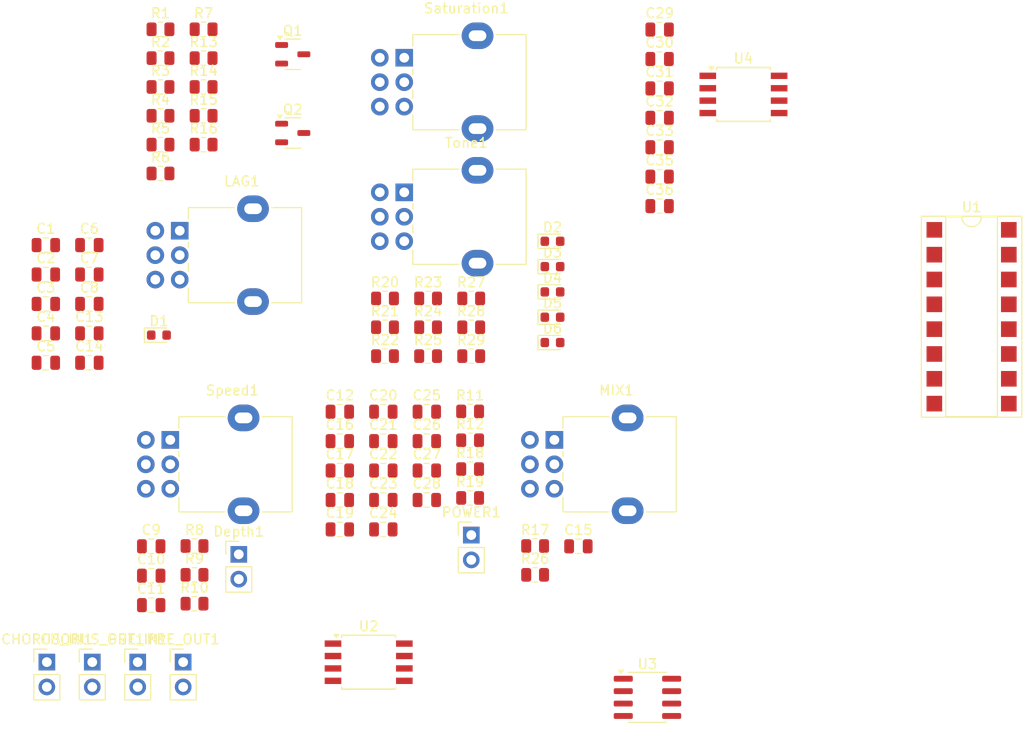
<source format=kicad_pcb>
(kicad_pcb (version 20240108) (generator "pcbnew") (generator_version "8.0")
  (layers (0 "F.Cu" signal) (31 "B.Cu" signal) (34 "B.Paste" user) (35 "F.Paste" user) (36 "B.SilkS" user "B.Silkscreen") (37 "F.SilkS" user "F.Silkscreen") (38 "B.Mask" user) (39 "F.Mask" user) (44 "Edge.Cuts" user))
  (net 0 "")
  (net 1 "GND")
  (net 2 "Net-(U1-CC1)")
  (net 3 "Net-(U1-CC0)")
  (net 4 "/Mixer/DRY_IN")
  (net 5 "Net-(C3-Pad1)")
  (net 6 "Net-(U1-LPF1-OUT)")
  (net 7 "Net-(U1-LPF1-IN)")
  (net 8 "Net-(U1-OP2-OUT)")
  (net 9 "Net-(U1-OP2-IN)")
  (net 10 "Net-(U1-OP1-IN)")
  (net 11 "Net-(U1-OP1-OUT)")
  (net 12 "Net-(U1-LPF2-OUT)")
  (net 13 "Net-(U1-LPF2-IN)")
  (net 14 "/Mixer/WET_IN")
  (net 15 "Net-(U2B--)")
  (net 16 "Net-(C9-Pad2)")
  (net 17 "Net-(C10-Pad2)")
  (net 18 "Net-(C11-Pad2)")
  (net 19 "+9V")
  (net 20 "Net-(Q1-B)")
  (net 21 "Net-(D1-A)")
  (net 22 "Net-(C15-Pad2)")
  (net 23 "Net-(C15-Pad1)")
  (net 24 "VREF_A")
  (net 25 "VREF_B")
  (net 26 "+5V")
  (net 27 "Net-(U4A-+)")
  (net 28 "/Preamp/PRE_IN")
  (net 29 "Net-(D4-K)")
  (net 30 "Net-(D2-A)")
  (net 31 "Net-(C31-Pad2)")
  (net 32 "Net-(C32-Pad2)")
  (net 33 "Net-(U4B-+)")
  (net 34 "/Preamp/PRE_OUT")
  (net 35 "Net-(U4B--)")
  (net 36 "Net-(C36-Pad1)")
  (net 37 "/Mixer/MIXED_OUT")
  (net 38 "Net-(D2-K)")
  (net 39 "Net-(D3-K)")
  (net 40 "Net-(D5-A)")
  (net 41 "/LFO/LFO_OUT")
  (net 42 "Net-(LAG1-Pad1)")
  (net 43 "Net-(U2A--)")
  (net 44 "Net-(Q1-C)")
  (net 45 "Net-(Q1-E)")
  (net 46 "Net-(Q2-C)")
  (net 47 "Net-(R1-Pad1)")
  (net 48 "Net-(R4-Pad2)")
  (net 49 "Net-(U1-REF)")
  (net 50 "Net-(R9-Pad1)")
  (net 51 "Net-(R24-Pad1)")
  (net 52 "Net-(R25-Pad2)")
  (footprint "Capacitor_SMD:C_0805_2012Metric" (layer "F.Cu") (at 90.92 88.86)
    (property "Reference" "C14" (at 0 -1.68 0) (layer "F.SilkS"))
    (property "Value" "2.2u")
    (pad "1" smd roundrect (at -0.95 0) (size 1 1.45) (layers "F.Cu" "F.Paste" "F.Mask") (net 21 "Net-(D1-A)"))
    (pad "2" smd roundrect (at 0.95 0) (size 1 1.45) (layers "F.Cu" "F.Paste" "F.Mask") (net 1 "GND"))
  )
  (footprint "Capacitor_SMD:C_0805_2012Metric" (layer "F.Cu") (at 121 96.88)
    (property "Reference" "C21" (at 0 -1.68 0) (layer "F.SilkS"))
    (property "Value" "100n")
    (pad "1" smd roundrect (at -0.95 0) (size 1 1.45) (layers "F.Cu" "F.Paste" "F.Mask") (net 1 "GND"))
    (pad "2" smd roundrect (at 0.95 0) (size 1 1.45) (layers "F.Cu" "F.Paste" "F.Mask") (net 19 "+9V"))
  )
  (footprint "Resistor_SMD:R_0805_2012Metric" (layer "F.Cu") (at 98.2 63.59)
    (property "Reference" "R4" (at 0 -1.65 0) (layer "F.SilkS"))
    (property "Value" "10k")
    (pad "1" smd roundrect (at -0.9125 0) (size 1.025 1.4) (layers "F.Cu" "F.Paste" "F.Mask") (roundrect_rratio 0.243902) (net 8 "Net-(U1-OP2-OUT)"))
    (pad "2" smd roundrect (at 0.9125 0) (size 1.025 1.4) (layers "F.Cu" "F.Paste" "F.Mask") (roundrect_rratio 0.243902) (net 48 "Net-(R4-Pad2)"))
  )
  (footprint "Resistor_SMD:R_0805_2012Metric" (layer "F.Cu") (at 101.68 107.61)
    (property "Reference" "R8" (at 0 -1.65 0) (layer "F.SilkS"))
    (property "Value" "220k")
    (pad "1" smd roundrect (at -0.9125 0) (size 1.025 1.4) (layers "F.Cu" "F.Paste" "F.Mask") (roundrect_rratio 0.243902) (net 25 "VREF_B"))
    (pad "2" smd roundrect (at 0.9125 0) (size 1.025 1.4) (layers "F.Cu" "F.Paste" "F.Mask") (roundrect_rratio 0.243902) (net 16 "Net-(C9-Pad2)"))
  )
  (footprint "Capacitor_SMD:C_0805_2012Metric" (layer "F.Cu") (at 116.55 93.87)
    (property "Reference" "C12" (at 0 -1.68 0) (layer "F.SilkS"))
    (property "Value" "10u")
    (pad "1" smd roundrect (at -0.95 0) (size 1 1.45) (layers "F.Cu" "F.Paste" "F.Mask") (net 1 "GND"))
    (pad "2" smd roundrect (at 0.95 0) (size 1 1.45) (layers "F.Cu" "F.Paste" "F.Mask") (net 19 "+9V"))
  )
  (footprint "Resistor_SMD:R_0805_2012Metric" (layer "F.Cu") (at 101.68 113.51)
    (property "Reference" "R10" (at 0 -1.65 0) (layer "F.SilkS"))
    (property "Value" "220k")
    (pad "1" smd roundrect (at -0.9125 0) (size 1.025 1.4) (layers "F.Cu" "F.Paste" "F.Mask") (roundrect_rratio 0.243902) (net 17 "Net-(C10-Pad2)"))
    (pad "2" smd roundrect (at 0.9125 0) (size 1.025 1.4) (layers "F.Cu" "F.Paste" "F.Mask") (roundrect_rratio 0.243902) (net 15 "Net-(U2B--)"))
  )
  (footprint "Package_SO:SOIC-8W_5.3x5.3mm_P1.27mm" (layer "F.Cu") (at 157.85 61.405)
    (property "Reference" "U4" (at 0 -3.68 0) (layer "F.SilkS"))
    (property "Value" "RC4558")
    (pad "1" smd rect (at -3.65 -1.905) (size 1.7 0.65) (layers "F.Cu" "F.Paste" "F.Mask") (net 30 "Net-(D2-A)"))
    (pad "2" smd rect (at -3.65 -0.635) (size 1.7 0.65) (layers "F.Cu" "F.Paste" "F.Mask") (net 29 "Net-(D4-K)"))
    (pad "3" smd rect (at -3.65 0.635) (size 1.7 0.65) (layers "F.Cu" "F.Paste" "F.Mask") (net 27 "Net-(U4A-+)"))
    (pad "4" smd rect (at -3.65 1.905) (size 1.7 0.65) (layers "F.Cu" "F.Paste" "F.Mask") (net 1 "GND"))
    (pad "5" smd rect (at 3.65 1.905) (size 1.7 0.65) (layers "F.Cu" "F.Paste" "F.Mask") (net 33 "Net-(U4B-+)"))
    (pad "6" smd rect (at 3.65 0.635) (size 1.7 0.65) (layers "F.Cu" "F.Paste" "F.Mask") (net 35 "Net-(U4B--)"))
    (pad "7" smd rect (at 3.65 -0.635) (size 1.7 0.65) (layers "F.Cu" "F.Paste" "F.Mask") (net 34 "/Preamp/PRE_OUT"))
    (pad "8" smd rect (at 3.65 -1.905) (size 1.7 0.65) (layers "F.Cu" "F.Paste" "F.Mask") (net 19 "+9V"))
  )
  (footprint "Package_TO_SOT_SMD:SOT-23-3" (layer "F.Cu") (at 111.73 57.295)
    (property "Reference" "Q1" (at 0 -2.4 0) (layer "F.SilkS"))
    (property "Value" "NPN")
    (pad "1" smd roundrect (at -1.1375 -0.95) (size 1.325 0.6) (layers "F.Cu" "F.Paste" "F.Mask") (net 44 "Net-(Q1-C)"))
    (pad "2" smd roundrect (at -1.1375 0.95) (size 1.325 0.6) (layers "F.Cu" "F.Paste" "F.Mask") (net 20 "Net-(Q1-B)"))
    (pad "3" smd roundrect (at 1.1375 0) (size 1.325 0.6) (layers "F.Cu" "F.Paste" "F.Mask") (net 45 "Net-(Q1-E)"))
  )
  (footprint "Capacitor_SMD:C_0805_2012Metric" (layer "F.Cu") (at 86.47 88.86)
    (property "Reference" "C5" (at 0 -1.68 0) (layer "F.SilkS"))
    (property "Value" "10n")
    (pad "1" smd roundrect (at -0.95 0) (size 1 1.45) (layers "F.Cu" "F.Paste" "F.Mask") (net 9 "Net-(U1-OP2-IN)"))
    (pad "2" smd roundrect (at 0.95 0) (size 1 1.45) (layers "F.Cu" "F.Paste" "F.Mask") (net 8 "Net-(U1-OP2-OUT)"))
  )
  (footprint "Diode_SMD:D_0603_1608Metric" (layer "F.Cu") (at 98.04 86.03)
    (property "Reference" "D1" (at 0 -1.43 0) (layer "F.SilkS"))
    (property "Value" "D")
    (pad "1" smd roundrect (at -0.7875 0) (size 0.875 0.95) (layers "F.Cu" "F.Paste" "F.Mask") (net 26 "+5V"))
    (pad "2" smd roundrect (at 0.7875 0) (size 0.875 0.95) (layers "F.Cu" "F.Paste" "F.Mask") (net 21 "Net-(D1-A)"))
  )
  (footprint "Package_SO:SOIC-8W_5.3x5.3mm_P1.27mm" (layer "F.Cu") (at 119.5 119.5)
    (property "Reference" "U2" (at 0 -3.68 0) (layer "F.SilkS"))
    (property "Value" "RC4558")
    (pad "1" smd rect (at -3.65 -1.905) (size 1.7 0.65) (layers "F.Cu" "F.Paste" "F.Mask") (net 23 "Net-(C15-Pad1)"))
    (pad "2" smd rect (at -3.65 -0.635) (size 1.7 0.65) (layers "F.Cu" "F.Paste" "F.Mask") (net 43 "Net-(U2A--)"))
    (pad "3" smd rect (at -3.65 0.635) (size 1.7 0.65) (layers "F.Cu" "F.Paste" "F.Mask") (net 24 "VREF_A"))
    (pad "4" smd rect (at -3.65 1.905) (size 1.7 0.65) (layers "F.Cu" "F.Paste" "F.Mask") (net 1 "GND"))
    (pad "5" smd rect (at 3.65 1.905) (size 1.7 0.65) (layers "F.Cu" "F.Paste" "F.Mask") (net 25 "VREF_B"))
    (pad "6" smd rect (at 3.65 0.635) (size 1.7 0.65) (layers "F.Cu" "F.Paste" "F.Mask") (net 15 "Net-(U2B--)"))
    (pad "7" smd rect (at 3.65 -0.635) (size 1.7 0.65) (layers "F.Cu" "F.Paste" "F.Mask") (net 16 "Net-(C9-Pad2)"))
    (pad "8" smd rect (at 3.65 -1.905) (size 1.7 0.65) (layers "F.Cu" "F.Paste" "F.Mask") (net 19 "+9V"))
  )
  (footprint "Capacitor_SMD:C_0805_2012Metric" (layer "F.Cu") (at 125.45 93.87)
    (property "Reference" "C25" (at 0 -1.68 0) (layer "F.SilkS"))
    (property "Value" "10u")
    (pad "1" smd roundrect (at -0.95 0) (size 1 1.45) (layers "F.Cu" "F.Paste" "F.Mask") (net 1 "GND"))
    (pad "2" smd roundrect (at 0.95 0) (size 1 1.45) (layers "F.Cu" "F.Paste" "F.Mask") (net 26 "+5V"))
  )
  (footprint "Resistor_SMD:R_0805_2012Metric" (layer "F.Cu") (at 98.2 54.74)
    (property "Reference" "R1" (at 0 -1.65 0) (layer "F.SilkS"))
    (property "Value" "10k")
    (pad "1" smd roundrect (at -0.9125 0) (size 1.025 1.4) (layers "F.Cu" "F.Paste" "F.Mask") (roundrect_rratio 0.243902) (net 47 "Net-(R1-Pad1)"))
    (pad "2" smd roundrect (at 0.9125 0) (size 1.025 1.4) (layers "F.Cu" "F.Paste" "F.Mask") (roundrect_rratio 0.243902) (net 5 "Net-(C3-Pad1)"))
  )
  (footprint "Connector_PinHeader_2.54mm:PinHeader_1x02_P2.54mm_Vertical" (layer "F.Cu") (at 91.22 119.49)
    (property "Reference" "CHORUS_OUT1" (at 0 -2.33 0) (layer "F.SilkS"))
    (property "Value" "Conn_01x02")
    (pad "1" thru_hole rect (at 0 0) (size 1.7 1.7) (drill 1) (layers "*.Cu" "*.Mask") (net 37 "/Mixer/MIXED_OUT"))
    (pad "2" thru_hole oval (at 0 2.54) (size 1.7 1.7) (drill 1) (layers "*.Cu" "*.Mask") (net 1 "GND"))
  )
  (footprint "Capacitor_SMD:C_0805_2012Metric" (layer "F.Cu") (at 86.47 79.83)
    (property "Reference" "C2" (at 0 -1.68 0) (layer "F.SilkS"))
    (property "Value" "100n")
    (pad "1" smd roundrect (at -0.95 0) (size 1 1.45) (layers "F.Cu" "F.Paste" "F.Mask") (net 3 "Net-(U1-CC0)"))
    (pad "2" smd roundrect (at 0.95 0) (size 1 1.45) (layers "F.Cu" "F.Paste" "F.Mask") (net 1 "GND"))
  )
  (footprint "Diode_SMD:D_0603_1608Metric" (layer "F.Cu") (at 138.31 84.2)
    (property "Reference" "D5" (at 0 -1.43 0) (layer "F.SilkS"))
    (property "Value" "D")
    (pad "1" smd roundrect (at -0.7875 0) (size 0.875 0.95) (layers "F.Cu" "F.Paste" "F.Mask") (net 30 "Net-(D2-A)"))
    (pad "2" smd roundrect (at 0.7875 0) (size 0.875 0.95) (layers "F.Cu" "F.Paste" "F.Mask") (net 40 "Net-(D5-A)"))
  )
  (footprint "Capacitor_SMD:C_0805_2012Metric" (layer "F.Cu") (at 90.92 85.85)
    (property "Reference" "C13" (at 0 -1.68 0) (layer "F.SilkS"))
    (property "Value" "100n")
    (pad "1" smd roundrect (at -0.95 0) (size 1 1.45) (layers "F.Cu" "F.Paste" "F.Mask") (net 20 "Net-(Q1-B)"))
    (pad "2" smd roundrect (at 0.95 0) (size 1 1.45) (layers "F.Cu" "F.Paste" "F.Mask") (net 1 "GND"))
  )
  (footprint "Resistor_SMD:R_0805_2012Metric" (layer "F.Cu") (at 102.61 66.54)
    (property "Reference" "R16" (at 0 -1.65 0) (layer "F.SilkS"))
    (property "Value" "100k")
    (pad "1" smd roundrect (at -0.9125 0) (size 1.025 1.4) (layers "F.Cu" "F.Paste" "F.Mask") (roundrect_rratio 0.243902) (net 21 "Net-(D1-A)"))
    (pad "2" smd roundrect (at 0.9125 0) (size 1.025 1.4) (layers "F.Cu" "F.Paste" "F.Mask") (roundrect_rratio 0.243902) (net 26 "+5V"))
  )
  (footprint "Resistor_SMD:R_0805_2012Metric" (layer "F.Cu") (at 121.17 88.18)
    (property "Reference" "R22" (at 0 -1.65 0) (layer "F.SilkS"))
    (property "Value" "3K3")
    (pad "1" smd roundrect (at -0.9125 0) (size 1.025 1.4) (layers "F.Cu" "F.Paste" "F.Mask") (roundrect_rratio 0.243902) (net 32 "Net-(C32-Pad2)"))
    (pad "2" smd roundrect (at 0.9125 0) (size 1.025 1.4) (layers "F.Cu" "F.Paste" "F.Mask") (roundrect_rratio 0.243902) (net 29 "Net-(D4-K)"))
  )
  (footprint "Resistor_SMD:R_0805_2012Metric" (layer "F.Cu") (at 102.61 54.74)
    (property "Reference" "R7" (at 0 -1.65 0) (layer "F.SilkS"))
    (property "Value" "10k")
    (pad "1" smd roundrect (at -0.9125 0) (size 1.025 1.4) (layers "F.Cu" "F.Paste" "F.Mask") (roundrect_rratio 0.243902) (net 12 "Net-(U1-LPF2-OUT)"))
    (pad "2" smd roundrect (at 0.9125 0) (size 1.025 1.4) (layers "F.Cu" "F.Paste" "F.Mask") (roundrect_rratio 0.243902) (net 48 "Net-(R4-Pad2)"))
  )
  (footprint "Capacitor_SMD:C_0805_2012Metric" (layer "F.Cu") (at 116.55 105.91)
    (property "Reference" "C19" (at 0 -1.68 0) (layer "F.SilkS"))
    (property "Value" "10u")
    (pad "1" smd roundrect (at -0.95 0) (size 1 1.45) (layers "F.Cu" "F.Paste" "F.Mask") (net 1 "GND"))
    (pad "2" smd roundrect (at 0.95 0) (size 1 1.45) (layers "F.Cu" "F.Paste" "F.Mask") (net 25 "VREF_B"))
  )
  (footprint "Capacitor_SMD:C_0805_2012Metric" (layer "F.Cu") (at 121 105.91)
    (property "Reference" "C24" (at 0 -1.68 0) (layer "F.SilkS"))
    (property "Value" "100n")
    (pad "1" smd roundrect (at -0.95 0) (size 1 1.45) (layers "F.Cu" "F.Paste" "F.Mask") (net 1 "GND"))
    (pad "2" smd roundrect (at 0.95 0) (size 1 1.45) (layers "F.Cu" "F.Paste" "F.Mask") (net 26 "+5V"))
  )
  (footprint "Connector_PinHeader_2.54mm:PinHeader_1x02_P2.54mm_Vertical" (layer "F.Cu") (at 130 106.49)
    (property "Reference" "POWER1" (at 0 -2.33 0) (layer "F.SilkS"))
    (property "Value" "Conn_01x02")
    (pad "1" thru_hole rect (at 0 0) (size 1.7 1.7) (drill 1) (layers "*.Cu" "*.Mask") (net 19 "+9V"))
    (pad "2" thru_hole oval (at 0 2.54) (size 1.7 1.7) (drill 1) (layers "*.Cu" "*.Mask") (net 1 "GND"))
  )
  (footprint "Capacitor_SMD:C_0805_2012Metric" (layer "F.Cu") (at 125.45 99.89)
    (property "Reference" "C27" (at 0 -1.68 0) (layer "F.SilkS"))
    (property "Value" "100n")
    (pad "1" smd roundrect (at -0.95 0) (size 1 1.45) (layers "F.Cu" "F.Paste" "F.Mask") (net 1 "GND"))
    (pad "2" smd roundrect (at 0.95 0) (size 1 1.45) (layers "F.Cu" "F.Paste" "F.Mask") (net 19 "+9V"))
  )
  (footprint "Potentiometer_THT:Potentiometer_Alpha_RD902F-40-00D_Dual_Vertical" (layer "F.Cu") (at 123.14 57.65)
    (property "Reference" "Saturation1" (at 6.35 -5.06 180) (layer "F.SilkS"))
    (property "Value" "500k")
    (pad "" thru_hole oval (at 7.5 -2.25 90) (size 2.72 3.24) (drill oval 1.1 1.8) (layers "*.Cu" "*.Mask"))
    (pad "" thru_hole oval (at 7.5 7.25 90) (size 2.72 3.24) (drill oval 1.1 1.8) (layers "*.Cu" "*.Mask"))
    (pad "1" thru_hole rect (at 0 0 90) (size 1.8 1.8) (drill 1) (layers "*.Cu" "*.Mask") (net 29 "Net-(D4-K)"))
    (pad "2" thru_hole circle (at 0 2.5 90) (size 1.8 1.8) (drill 1) (layers "*.Cu" "*.Mask") (net 51 "Net-(R24-Pad1)"))
    (pad "3" thru_hole circle (at 0 5 90) (size 1.8 1.8) (drill 1) (layers "*.Cu" "*.Mask") (net 51 "Net-(R24-Pad1)"))
    (pad "4" thru_hole circle (at -2.5 0 90) (size 1.8 1.8) (drill 1) (layers "*.Cu" "*.Mask"))
    (pad "5" thru_hole circle (at -2.5 2.5 90) (size 1.8 1.8) (drill 1) (layers "*.Cu" "*.Mask"))
    (pad "6" thru_hole circle (at -2.5 5 90) (size 1.8 1.8) (drill 1) (layers "*.Cu" "*.Mask"))
  )
  (footprint "Capacitor_SMD:C_0805_2012Metric" (layer "F.Cu") (at 90.92 79.83)
    (property "Reference" "C7" (at 0 -1.68 0) (layer "F.SilkS"))
    (property "Value" "1n")
    (pad "1" smd roundrect (at -0.95 0) (size 1 1.45) (layers "F.Cu" "F.Paste" "F.Mask") (net 13 "Net-(U1-LPF2-IN)"))
    (pad "2" smd roundrect (at 0.95 0) (size 1 1.45) (layers "F.Cu" "F.Paste" "F.Mask") (net 12 "Net-(U1-LPF2-OUT)"))
  )
  (footprint "Capacitor_SMD:C_0805_2012Metric" (layer "F.Cu") (at 86.47 82.84)
    (property "Reference" "C3" (at 0 -1.68 0) (layer "F.SilkS"))
    (property "Value" "100n")
    (pad "1" smd roundrect (at -0.95 0) (size 1 1.45) (layers "F.Cu" "F.Paste" "F.Mask") (net 5 "Net-(C3-Pad1)"))
    (pad "2" smd roundrect (at 0.95 0) (size 1 1.45) (layers "F.Cu" "F.Paste" "F.Mask") (net 4 "/Mixer/DRY_IN"))
  )
  (footprint "Diode_SMD:D_0603_1608Metric" (layer "F.Cu") (at 138.31 79.02)
    (property "Reference" "D3" (at 0 -1.43 0) (layer "F.SilkS"))
    (property "Value" "D")
    (pad "1" smd roundrect (at -0.7875 0) (size 0.875 0.95) (layers "F.Cu" "F.Paste" "F.Mask") (net 39 "Net-(D3-K)"))
    (pad "2" smd roundrect (at 0.7875 0) (size 0.875 0.95) (layers "F.Cu" "F.Paste" "F.Mask") (net 38 "Net-(D2-K)"))
  )
  (footprint "Capacitor_SMD:C_0805_2012Metric" (layer "F.Cu") (at 116.55 96.88)
    (property "Reference" "C16" (at 0 -1.68 0) (layer "F.SilkS"))
    (property "Value" "10u")
    (pad "1" smd roundrect (at -0.95 0) (size 1 1.45) (layers "F.Cu" "F.Paste" "F.Mask") (net 1 "GND"))
    (pad "2" smd roundrect (at 0.95 0) (size 1 1.45) (layers "F.Cu" "F.Paste" "F.Mask") (net 24 "VREF_A"))
  )
  (footprint "Potentiometer_THT:Potentiometer_Alpha_RD902F-40-00D_Dual_Vertical" (layer "F.Cu") (at 138.5 96.75)
    (property "Reference" "MIX1" (at 6.35 -5.06 180) (layer "F.SilkS"))
    (property "Value" "10k")
    (pad "" thru_hole oval (at 7.5 -2.25 90) (size 2.72 3.24) (drill oval 1.1 1.8) (layers "*.Cu" "*.Mask"))
    (pad "" thru_hole oval (at 7.5 7.25 90) (size 2.72 3.24) (drill oval 1.1 1.8) (layers "*.Cu" "*.Mask"))
    (pad "1" thru_hole rect (at 0 0 90) (size 1.8 1.8) (drill 1) (layers "*.Cu" "*.Mask") (net 4 "/Mixer/DRY_IN"))
    (pad "2" thru_hole circle (at 0 2.5 90) (size 1.8 1.8) (drill 1) (layers "*.Cu" "*.Mask") (net 43 "Net-(U2A--)"))
    (pad "3" thru_hole circle (at 0 5 90) (size 1.8 1.8) (drill 1) (layers "*.Cu" "*.Mask") (net 14 "/Mixer/WET_IN"))
    (pad "4" thru_hole circle (at -2.5 0 90) (size 1.8 1.8) (drill 1) (layers "*.Cu" "*.Mask"))
    (pad "5" thru_hole circle (at -2.5 2.5 90) (size 1.8 1.8) (drill 1) (layers "*.Cu" "*.Mask"))
    (pad "6" thru_hole circle (at -2.5 5 90) (size 1.8 1.8) (drill 1) (layers "*.Cu" "*.Mask"))
  )
  (footprint "Capacitor_SMD:C_0805_2012Metric" (layer "F.Cu") (at 140.96 107.64)
    (property "Reference" "C15" (at 0 -1.68 0) (layer "F.SilkS"))
    (property "Value" "100n")
    (pad "1" smd roundrect (at -0.95 0) (size 1 1.45) (layers "F.Cu" "F.Paste" "F.Mask") (net 23 "Net-(C15-Pad1)"))
    (pad "2" smd roundrect (at 0.95 0) (size 1 1.45) (layers "F.Cu" "F.Paste" "F.Mask") (net 22 "Net-(C15-Pad2)"))
  )
  (footprint "Capacitor_SMD:C_0805_2012Metric" (layer "F.Cu") (at 149.27 69.82)
    (property "Reference" "C35" (at 0 -1.68 0) (layer "F.SilkS"))
    (property "Value" "100p")
    (pad "1" smd roundrect (at -0.95 0) (size 1 1.45) (layers "F.Cu" "F.Paste" "F.Mask") (net 35 "Net-(U4B--)"))
    (pad "2" smd roundrect (at 0.95 0) (size 1 1.45) (layers "F.Cu" "F.Paste" "F.Mask") (net 34 "/Preamp/PRE_OUT"))
  )
  (footprint "Connector_PinHeader_2.54mm:PinHeader_1x02_P2.54mm_Vertical" (layer "F.Cu") (at 95.87 119.49)
    (property "Reference" "PRE_IN1" (at 0 -2.33 0) (layer "F.SilkS"))
    (property "Value" "Conn_01x02")
    (pad "1" thru_hole rect (at 0 0) (size 1.7 1.7) (drill 1) (layers "*.Cu" "*.Mask") (net 28 "/Preamp/PRE_IN"))
    (pad "2" thru_hole oval (at 0 2.54) (size 1.7 1.7) (drill 1) (layers "*.Cu" "*.Mask") (net 1 "GND"))
  )
  (footprint "Potentiometer_THT:Potentiometer_Alpha_RD902F-40-00D_Dual_Vertical" (layer "F.Cu") (at 123.14 71.42)
    (property "Reference" "Tone1" (at 6.35 -5.06 180) (layer "F.SilkS"))
    (property "Value" "10k")
    (pad "" thru_hole oval (at 7.5 -2.25 90) (size 2.72 3.24) (drill oval 1.1 1.8) (layers "*.Cu" "*.Mask"))
    (pad "" thru_hole oval (at 7.5 7.25 90) (size 2.72 3.24) (drill oval 1.1 1.8) (layers "*.Cu" "*.Mask"))
    (pad "1" thru_hole rect (at 0 0 90) (size 1.8 1.8) (drill 1) (layers "*.Cu" "*.Mask") (net 52 "Net-(R25-Pad2)"))
    (pad "2" thru_hole circle (at 0 2.5 90) (size 1.8 1.8) (drill 1) (layers "*.Cu" "*.Mask") (net 52 "Net-(R25-Pad2)"))
    (pad "3" thru_hole circle (at 0 5 90) (size 1.8 1.8) (drill 1) (layers "*.Cu" "*.Mask") (net 33 "Net-(U4B-+)"))
    (pad "4" thru_hole circle (at -2.5 0 90) (size 1.8 1.8) (drill 1) (layers "*.Cu" "*.Mask"))
    (pad "5" thru_hole circle (at -2.5 2.5 90) (size 1.8 1.8) (drill 1) (layers "*.Cu" "*.Mask"))
    (pad "6" thru_hole circle (at -2.5 5 90) (size 1.8 1.8) (drill 1) (layers "*.Cu" "*.Mask"))
  )
  (footprint "Resistor_SMD:R_0805_2012Metric" (layer "F.Cu") (at 129.99 88.18)
    (property "Reference" "R29" (at 0 -1.65 0) (layer "F.SilkS"))
    (property "Value" "25k")
    (pad "1" smd roundrect (at -0.9125 0) (size 1.025 1.4) (layers "F.Cu" "F.Paste" "F.Mask") (roundrect_rratio 0.243902) (net 35 "Net-(U4B--)"))
    (pad "2" smd roundrect (at 0.9125 0) (size 1.025 1.4) (layers "F.Cu" "F.Paste" "F.Mask") (roundrect_rratio 0.243902) (net 36 "Net-(C36-Pad1)"))
  )
  (footprint "Capacitor_SMD:C_0805_2012Metric" (layer "F.Cu") (at 90.92 76.82)
    (property "Reference" "C6" (at 0 -1.68 0) (layer "F.SilkS"))
    (property "Value" "10n")
    (pad "1" smd roundrect (at -0.95 0) (size 1 1.45) (layers "F.Cu" "F.Paste" "F.Mask") (net 11 "Net-(U1-OP1-OUT)"))
    (pad "2" smd roundrect (at 0.95 0) (size 1 1.45) (layers "F.Cu" "F.Paste" "F.Mask") (net 10 "Net-(U1-OP1-IN)"))
  )
  (footprint "Diode_SMD:D_0603_1608Metric" (layer "F.Cu") (at 138.31 76.43)
    (property "Reference" "D2" (at 0 -1.43 0) (layer "F.SilkS"))
    (property "Value" "D")
    (pad "1" smd roundrect (at -0.7875 0) (size 0.875 0.95) (layers "F.Cu" "F.Paste" "F.Mask") (net 38 "Net-(D2-K)"))
    (pad "2" smd roundrect (at 0.7875 0) (size 0.875 0.95) (layers "F.Cu" "F.Paste" "F.Mask") (net 30 "Net-(D2-A)"))
  )
  (footprint "Capacitor_SMD:C_0805_2012Metric" (layer "F.Cu") (at 97.25 110.65)
    (property "Reference" "C10" (at 0 -1.68 0) (layer "F.SilkS"))
    (property "Value" "10u")
    (pad "1" smd roundrect (at -0.95 0) (size 1 1.45) (layers "F.Cu" "F.Paste" "F.Mask") (net 1 "GND"))
    (pad "2" smd roundrect (at 0.95 0) (size 1 1.45) (layers "F.Cu" "F.Paste" "F.Mask") (net 17 "Net-(C10-Pad2)"))
  )
  (footprint "Connector_PinHeader_2.54mm:PinHeader_1x02_P2.54mm_Vertical" (layer "F.Cu") (at 106.21 108.46)
    (property "Reference" "Depth1" (at 0 -2.33 0) (layer "F.SilkS"))
    (property "Value" "500k")
    (pad "1" thru_hole rect (at 0 0) (size 1.7 1.7) (drill 1) (layers "*.Cu" "*.Mask") (net 41 "/LFO/LFO_OUT"))
    (pad "2" thru_hole oval (at 0 2.54) (size 1.7 1.7) (drill 1) (layers "*.Cu" "*.Mask") (net 18 "Net-(C11-Pad2)"))
  )
  (footprint "Resistor_SMD:R_0805_2012Metric" (layer "F.Cu") (at 98.2 60.64)
    (property "Reference" "R3" (at 0 -1.65 0) (layer "F.SilkS"))
    (property "Value" "10k")
    (pad "1" smd roundrect (at -0.9125 0) (size 1.025 1.4) (layers "F.Cu" "F.Paste" "F.Mask") (roundrect_rratio 0.243902) (net 6 "Net-(U1-LPF1-OUT)"))
    (pad "2" smd roundrect (at 0.9125 0) (size 1.025 1.4) (layers "F.Cu" "F.Paste" "F.Mask") (roundrect_rratio 0.243902) (net 47 "Net-(R1-Pad1)"))
  )
  (footprint "Capacitor_SMD:C_0805_2012Metric" (layer "F.Cu") (at 125.45 96.88)
    (property "Reference" "C26" (at 0 -1.68 0) (layer "F.SilkS"))
    (property "Value" "100n")
    (pad "1" smd roundrect (at -0.95 0) (size 1 1.45) (layers "F.Cu" "F.Paste" "F.Mask") (net 1 "GND"))
    (pad "2" smd roundrect (at 0.95 0) (size 1 1.45) (layers "F.Cu" "F.Paste" "F.Mask") (net 19 "+9V"))
  )
  (footprint "Resistor_SMD:R_0805_2012Metric" (layer "F.Cu") (at 98.2 66.54)
    (property "Reference" "R5" (at 0 -1.65 0) (layer "F.SilkS"))
    (property "Value" "33k")
    (pad "1" smd roundrect (at -0.9125 0) (size 1.025 1.4) (layers "F.Cu" "F.Paste" "F.Mask") (roundrect_rratio 0.243902) (net 41 "/LFO/LFO_OUT"))
    (pad "2" smd roundrect (at 0.9125 0) (size 1.025 1.4) (layers "F.Cu" "F.Paste" "F.Mask") (roundrect_rratio 0.243902) (net 49 "Net-(U1-REF)"))
  )
  (footprint "Connector_PinHeader_2.54mm:PinHeader_1x02_P2.54mm_Vertical" (layer "F.Cu") (at 86.57 119.49)
    (property "Reference" "CHORUS_IN1" (at 0 -2.33 0) (layer "F.SilkS"))
    (property "Value" "Conn_01x02")
    (pad "1" thru_hole rect (at 0 0) (size 1.7 1.7) (drill 1) (layers "*.Cu" "*.Mask") (net 4 "/Mixer/DRY_IN"))
    (pad "2" thru_hole oval (at 0 2.54) (size 1.7 1.7) (drill 1) (layers "*.Cu" "*.Mask") (net 1 "GND"))
  )
  (footprint "Capacitor_SMD:C_0805_2012Metric" (layer "F.Cu") (at 121 99.89)
    (property "Reference" "C22" (at 0 -1.68 0) (layer "F.SilkS"))
    (property "Value" "100n")
    (pad "1" smd roundrect (at -0.95 0) (size 1 1.45) (layers "F.Cu" "F.Paste" "F.Mask") (net 1 "GND"))
    (pad "2" smd roundrect (at 0.95 0) (size 1 1.45) (layers "F.Cu" "F.Paste" "F.Mask") (net 19 "+9V"))
  )
  (footprint "Package_DIP:DIP-16_W7.62mm_SMDSocket_SmallPads" (layer "F.Cu") (at 181.19 84.15)
    (property "Reference" "U1" (at 0 -11.22 0) (layer "F.SilkS"))
    (property "Value" "PT2399")
    (pad "1" smd rect (at -3.81 -8.89) (size 1.6 1.6) (layers "F.Cu" "F.Paste" "F.Mask") (net 26 "+5V"))
    (pad "2" smd rect (at -3.81 -6.35) (size 1.6 1.6) (layers "F.Cu" "F.Paste" "F.Mask") (net 49 "Net-(U1-REF)"))
    (pad "3" smd rect (at -3.81 -3.81) (size 1.6 1.6) (layers "F.Cu" "F.Paste" "F.Mask") (net 1 "GND"))
    (pad "4" smd rect (at -3.81 -1.27) (size 1.6 1.6) (layers "F.Cu" "F.Paste" "F.Mask") (net 1 "GND"))
    (pad "5" smd rect (at -3.81 1.27) (size 1.6 1.6) (layers "F.Cu" "F.Paste" "F.Mask"))
    (pad "6" smd rect (at -3.81 3.81) (size 1.6 1.6) (layers "F.Cu" "F.Paste" "F.Mask") (net 46 "Net-(Q2-C)"))
    (pad "7" smd rect (at -3.81 6.35) (size 1.6 1.6) (layers "F.Cu" "F.Paste" "F.Mask") (net 2 "Net-(U1-CC1)"))
    (pad "8" smd rect (at -3.81 8.89) (size 1.6 1.6) (layers "F.Cu" "F.Paste" "F.Mask") (net 3 "Net-(U1-CC0)"))
    (pad "9" smd rect (at 3.81 8.89) (size 1.6 1.6) (layers "F.Cu" "F.Paste" "F.Mask") (net 11 "Net-(U1-OP1-OUT)"))
    (pad "10" smd rect (at 3.81 6.35) (size 1.6 1.6) (layers "F.Cu" "F.Paste" "F.Mask") (net 10 "Net-(U1-OP1-IN)"))
    (pad "11" smd rect (at 3.81 3.81) (size 1.6 1.6) (layers "F.Cu" "F.Paste" "F.Mask") (net 9 "Net-(U1-OP2-IN)"))
    (pad "12" smd rect (at 3.81 1.27) (size 1.6 1.6) (layers "F.Cu" "F.Paste" "F.Mask") (net 8 "Net-(U1-OP2-OUT)"))
    (pad "13" smd rect (at 3.81 -1.27) (size 1.6 1.6) (layers "F.Cu" "F.Paste" "F.Mask") (net 13 "Net-(U1-LPF2-IN)"))
    (pad "14" smd rect (at 3.81 -3.81) (size 1.6 1.6) (layers "F.Cu" "F.Paste" "F.Mask") (net 12 "Net-(U1-LPF2-OUT)"))
    (pad "15" smd rect (at 3.81 -6.35) (size 1.6 1.6) (layers "F.Cu" "F.Paste" "F.Mask") (net 6 "Net-(U1-LPF1-OUT)"))
    (pad "16" smd rect (at 3.81 -8.89) (size 1.6 1.6) (layers "F.Cu" "F.Paste" "F.Mask") (net 7 "Net-(U1-LPF1-IN)"))
  )
  (footprint "Capacitor_SMD:C_0805_2012Metric" (layer "F.Cu") (at 86.47 85.85)
    (property "Reference" "C4" (at 0 -1.68 0) (layer "F.SilkS"))
    (property "Value" "3.3n")
    (pad "1" smd roundrect (at -0.95 0) (size 1 1.45) (layers "F.Cu" "F.Paste" "F.Mask") (net 6 "Net-(U1-LPF1-OUT)"))
    (pad "2" smd roundrect (at 0.95 0) (size 1 1.45) (layers "F.Cu" "F.Paste" "F.Mask") (net 7 "Net-(U1-LPF1-IN)"))
  )
  (footprint "Resistor_SMD:R_0805_2012Metric" (layer "F.Cu") (at 102.61 57.69)
    (property "Reference" "R13" (at 0 -1.65 0) (layer "F.SilkS"))
    (property "Value" "66k")
    (pad "1" smd roundrect (at -0.9125 0) (size 1.025 1.4) (layers "F.Cu" "F.Paste" "F.Mask") (roundrect_rratio 0.243902) (net 42 "Net-(LAG1-Pad1)"))
    (pad "2" smd roundrect (at 0.9125 0) (size 1.025 1.4) (layers "F.Cu" "F.Paste" "F.Mask") (roundrect_rratio 0.243902) (net 26 "+5V"))
  )
  (footprint "Resistor_SMD:R_0805_2012Metric" (layer "F.Cu") (at 129.88 96.79)
    (property "Reference" "R12" (at 0 -1.65 0) (layer "F.SilkS"))
    (property "Value" "100k")
    (pad "1" smd roundrect (at -0.9125 0) (size 1.025 1.4) (layers "F.Cu" "F.Paste" "F.Mask") (roundrect_rratio 0.243902) (net 1 "GND"))
    (pad "2" smd roundrect (at 0.9125 0) (size 1.025 1.4) (layers "F.Cu" "F.Paste" "F.Mask") (roundrect_rratio 0.243902) (net 24 "VREF_A"))
  )
  (footprint "Capacitor_SMD:C_0805_2012Metric" (layer "F.Cu") (at 90.92 82.84)
    (property "Reference" "C8" (at 0 -1.68 0) (layer "F.SilkS"))
    (property "Value" "100n")
    (pad "1" smd roundrect (at -0.95 0) (size 1 1.45) (layers "F.Cu" "F.Paste" "F.Mask") (net 14 "/Mixer/WET_IN"))
    (pad "2" smd roundrect (at 0.95 0) (size 1 1.45) (layers "F.Cu" "F.Paste" "F.Mask") (net 12 "Net-(U1-LPF2-OUT)"))
  )
  (footprint "Resistor_SMD:R_0805_2012Metric" (layer "F.Cu") (at 101.68 110.56)
    (property "Reference" "R9" (at 0 -1.65 0) (layer "F.SilkS"))
    (property "Value" "4k7")
    (pad "1" smd roundrect (at -0.9125 0) (size 1.025 1.4) (layers "F.Cu" "F.Paste" "F.Mask") (roundrect_rratio 0.243902) (net 50 "Net-(R9-Pad1)"))
    (pad "2" smd roundrect (at 0.9125 0) (size 1.025 1.4) (layers "F.Cu" "F.Paste" "F.Mask") (roundrect_rratio 0.243902) (net 16 "Net-(C9-Pad2)"))
  )
  (footprint "Resistor_SMD:R_0805_2012Metric" (layer "F.Cu") (at 102.61 60.64)
    (property "Reference" "R14" (at 0 -1.65 0) (layer "F.SilkS"))
    (property "Value" "100")
    (pad "1" smd roundrect (at -0.9125 0) (size 1.025 1.4) (layers "F.Cu" "F.Paste" "F.Mask") (roundrect_rratio 0.243902) (net 1 "GND"))
    (pad "2" smd roundrect (at 0.9125 0) (size 1.025 1.4) (layers "F.Cu" "F.Paste" "F.Mask") (roundrect_rratio 0.243902) (net 45 "Net-(Q1-E)"))
  )
  (footprint "Resistor_SMD:R_0805_2012Metric" (layer "F.Cu") (at 121.17 82.28)
    (property "Reference" "R20" (at 0 -1.65 0) (layer "F.SilkS"))
    (property "Value" "1M")
    (pad "1" smd roundrect (at -0.9125 0) (size 1.025 1.4) (layers "F.Cu" "F.Paste" "F.Mask") (roundrect_rratio 0.243902) (net 28 "/Preamp/PRE_IN"))
    (pad "2" smd roundrect (at 0.9125 0) (size 1.025 1.4) (layers "F.Cu" "F.Paste" "F.Mask") (roundrect_rratio 0.243902) (net 1 "GND"))
  )
  (footprint "Capacitor_SMD:C_0805_2012Metric" (layer "F.Cu") (at 149.27 63.8)
    (property "Reference" "C32" (at 0 -1.68 0) (layer "F.SilkS"))
    (property "Value" "47n")
    (pad "1" smd roundrect (at -0.95 0) (size 1 1.45) (layers "F.Cu" "F.Paste" "F.Mask") (net 24 "VREF_A"))
    (pad "2" smd roundrect (at 0.95 0) (size 1 1.45) (layers "F.Cu" "F.Paste" "F.Mask") (net 32 "Net-(C32-Pad2)"))
  )
  (footprint "Resistor_SMD:R_0805_2012Metric" (layer "F.Cu") (at 102.61 63.59)
    (property "Reference" "R15" (at 0 -1.65 0) (layer "F.SilkS"))
    (property "Value" "20k")
    (pad "1" smd roundrect (at -0.9125 0) (size 1.025 1.4) (layers "F.Cu" "F.Paste" "F.Mask") (roundrect_rratio 0.243902) (net 1 "GND"))
    (pad "2" smd roundrect (at 0.9125 0) (size 1.025 1.4) (layers "F.Cu" "F.Paste" "F.Mask") (roundrect_rratio 0.243902) (net 44 "Net-(Q1-C)"))
  )
  (footprint "Capacitor_SMD:C_0805_2012Metric" (layer "F.Cu") (at 116.55 102.9)
    (property "Reference" "C18" (at 0 -1.68 0) (layer "F.SilkS"))
    (property "Value" "10u")
    (pad "1" smd roundrect (at -0.95 0) (size 1 1.45) (layers "F.Cu" "F.Paste" "F.Mask") (net 1 "GND"))
    (pad "2" smd roundrect (at 0.95 0) (size 1 1.45) (layers "F.Cu" "F.Paste" "F.Mask") (net 25 "VREF_B"))
  )
  (footprint "Capacitor_SMD:C_0805_2012Metric" (layer "F.Cu") (at 149.27 72.83)
    (property "Reference" "C36" (at 0 -1.68 0) (layer "F.SilkS"))
    (property "Value" "1u")
    (pad "1" smd roundrect (at -0.95 0) (size 1 1.45) (layers "F.Cu" "F.Paste" "F.Mask") (net 36 "Net-(C36-Pad1)"))
    (pad "2" smd roundrect (at 0.95 0) (size 1 1.45) (layers "F.Cu" "F.Paste" "F.Mask") (net 24 "VREF_A"))
  )
  (footprint "Capacitor_SMD:C_0805_2012Metric" (layer "F.Cu") (at 116.55 99.89)
    (property "Reference" "C17" (at 0 -1.68 0) (layer "F.SilkS"))
    (property "Value" "10u")
    (pad "1" smd roundrect (at -0.95 0) (size 1 1.45) (layers "F.Cu" "F.Paste" "F.Mask") (net 1 "GND"))
    (pad "2" smd roundrect (at 0.95 0) (size 1 1.45) (layers "F.Cu" "F.Paste" "F.Mask") (net 24 "VREF_A"))
  )
  (footprint "Resistor_SMD:R_0805_2012Metric" (layer "F.Cu") (at 136.53 107.61)
    (property "Reference" "R17" (at 0 -1.65 0) (layer "F.SilkS"))
    (property "Value" "20k")
    (pad "1" smd roundrect (at -0.9125 0) (size 1.025 1.4) (layers "F.Cu" "F.Paste" "F.Mask") (roundrect_rratio 0.243902) (net 43 "Net-(U2A--)"))
    (pad "2" smd roundrect (at 0.9125 0) (size 1.025 1.4) (layers "F.Cu" "F.Paste" "F.Mask") (roundrect_rratio 0.243902) (net 23 "Net-(C15-Pad1)"))
  )
  (footprint "Resistor_SMD:R_0805_2012Metric" (layer "F.Cu") (at 121.17 85.23)
    (property "Reference" "R21" (at 0 -1.65 0) (layer "F.SilkS"))
    (property "Value" "1M")
    (pad "1" smd roundrect (at -0.9125 0) (size 1.025 1.4) (layers "F.Cu" "F.Paste" "F.Mask") (roundrect_rratio 0.243902) (net 24 "VREF_A"))
    (pad "2" smd roundrect (at 0.9125 0) (size 1.025 1.4) (layers "F.Cu" "F.Paste" "F.Mask") (roundrect_rratio 0.243902) (net 27 "Net-(U4A-+)"))
  )
  (footprint "Capacitor_SMD:C_0805_2012Metric" (layer "F.Cu") (at 149.27 60.79)
    (property "Reference" "C31" (at 0 -1.68 0) (layer "F.SilkS"))
    (property "Value" "470n")
    (pad "1" smd roundrect (at -0.95 0) (size 1 1.45) (layers "F.Cu" "F.Paste" "F.Mask") (net 24 "VREF_A"))
    (pad "2" smd roundrect (at 0.95 0) (size 1 1.45) (layers "F.Cu" "F.Paste" "F.Mask") (net 31 "Net-(C31-Pad2)"))
  )
  (footprint "Diode_SMD:D_0603_1608Metric" (layer "F.Cu") (at 138.31 86.79)
    (property "Reference" "D6" (at 0 -1.43 0) (layer "F.SilkS"))
    (property "Value" "D")
    (pad "1" smd roundrect (at -0.7875 0) (size 0.875 0.95) (layers "F.Cu" "F.Paste" "F.Mask") (net 40 "Net-(D5-A)"))
    (pad "2" smd roundrect (at 0.7875 0) (size 0.875 0.95) (layers "F.Cu" "F.Paste" "F.Mask") (net 29 "Net-(D4-K)"))
  )
  (footprint "Resistor_SMD:R_0805_2012Metric" (layer "F.Cu") (at 129.88 93.84)
    (property "Reference" "R11" (at 0 -1.65 0) (layer "F.SilkS"))
    (property "Value" "100k")
    (pad "1" smd roundrect (at -0.9125 0) (size 1.025 1.4) (layers "F.Cu" "F.Paste" "F.Mask") (roundrect_rratio 0.243902) (net 24 "VREF_A"))
    (pad "2" smd roundrect (at 0.9125 0) (size 1.025 1.4) (layers "F.Cu" "F.Paste" "F.Mask") (roundrect_rratio 0.243902) (net 19 "+9V"))
  )
  (footprint "Resistor_SMD:R_0805_2012Metric" (layer "F.Cu") (at 129.99 82.28)
    (property "Reference" "R27" (at 0 -1.65 0) (layer "F.SilkS"))
    (property "Value" "4k7")
    (pad "1" smd roundrect (at -0.9125 0) (size 1.025 1.4) (layers "F.Cu" "F.Paste" "F.Mask") (roundrect_rratio 0.243902) (net 35 "Net-(U4B--)"))
    (pad "2" smd roundrect (at 0.9125 0) (size 1.025 1.4) (layers "F.Cu" "F.Paste" "F.Mask") (roundrect_rratio 0.243902) (net 34 "/Preamp/PRE_OUT"))
  )
  (footprint "Resistor_SMD:R_0805_2012Metric" (layer "F.Cu") (at 136.53 110.56)
    (property "Reference" "R26" (at 0 -1.65 0) (layer "F.SilkS"))
    (property "Value" "3k3")
    (pad "1" smd roundrect (at -0.9125 0) (size 1.025 1.4) (layers "F.Cu" "F.Paste" "F.Mask") (roundrect_rratio 0.243902) (net 22 "Net-(C15-Pad2)"))
    (pad "2" smd roundrect (at 0.9125 0) (size 1.025 1.4) (layers "F.Cu" "F.Paste" "F.Mask") (roundrect_rratio 0.243902) (net 37 "/Mixer/MIXED_OUT"))
  )
  (footprint "Capacitor_SMD:C_0805_2012Metric" (layer "F.Cu") (at 97.25 107.64)
    (property "Reference" "C9" (at 0 -1.68 0) (layer "F.SilkS"))
    (property "Value" "10n")
    (pad "1" smd roundrect (at -0.95 0) (size 1 1.45) (layers "F.Cu" "F.Paste" "F.Mask") (net 15 "Net-(U2B--)"))
    (pad "2" smd roundrect (at 0.95 0) (size 1 1.45) (layers "F.Cu" "F.Paste" "F.Mask") (net 16 "Net-(C9-Pad2)"))
  )
  (footprint "Capacitor_SMD:C_0805_2012Metric" (layer "F.Cu") (at 97.25 113.66)
    (property "Reference" "C11" (at 0 -1.68 0) (layer "F.SilkS"))
    (property "Value" "10u")
    (pad "1" smd roundrect (at -0.95 0) (size 1 1.45) (layers "F.Cu" "F.Paste" "F.Mask") (net 17 "Net-(C10-Pad2)"))
    (pad "2" smd roundrect (at 0.95 0) (size 1 1.45) (layers "F.Cu" "F.Paste" "F.Mask") (net 18 "Net-(C11-Pad2)"))
  )
  (footprint "Resistor_SMD:R_0805_2012Metric" (layer "F.Cu") (at 129.99 85.23)
    (property "Reference" "R28" (at 0 -1.65 0) (layer "F.SilkS"))
    (property "Value" "3k3")
    (pad "1" smd roundrect (at -0.9125 0) (size 1.025 1.4) (layers "F.Cu" "F.Paste" "F.Mask") (roundrect_rratio 0.243902) (net 35 "Net-(U4B--)"))
    (pad "2" smd roundrect (at 0.9125 0) (size 1.025 1.4) (layers "F.Cu" "F.Paste" "F.Mask") (roundrect_rratio 0.243902) (net 24 "VREF_A"))
  )
  (footprint "Capacitor_SMD:C_0805_2012Metric" (layer "F.Cu") (at 121 102.9)
    (property "Reference" "C23" (at 0 -1.68 0) (layer "F.SilkS"))
    (property "Value" "100n")
    (pad "1" smd roundrect (at -0.95 0) (size 1 1.45) (layers "F.Cu" "F.Paste" "F.Mask") (net 1 "GND"))
    (pad "2" smd roundrect (at 0.95 0) (size 1 1.45) (layers "F.Cu" "F.Paste" "F.Mask") (net 26 "+5V"))
  )
  (footprint "Capacitor_SMD:C_0805_2012Metric" (layer "F.Cu") (at 149.27 66.81)
    (property "Reference" "C33" (at 0 -1.68 0) (layer "F.SilkS"))
    (property "Value" "68n")
    (pad "1" smd roundrect (at -0.95 0) (size 1 1.45) (layers "F.Cu" "F.Paste" "F.Mask") (net 1 "GND"))
    (pad "2" smd roundrect (at 0.95 0) (size 1 1.45) (layers "F.Cu" "F.Paste" "F.Mask") (net 33 "Net-(U4B-+)"))
  )
  (footprint "Resistor_SMD:R_0805_2012Metric" (layer "F.Cu") (at 125.58 85.23)
    (property "Reference" "R24" (at 0 -1.65 0) (layer "F.SilkS"))
    (property "Value" "3K3")
    (pad "1" smd roundrect (at -0.9125 0) (size 1.025 1.4) (layers "F.Cu" "F.Paste" "F.Mask") (roundrect_rratio 0.243902) (net 51 "Net-(R24-Pad1)"))
    (pad "2" smd roundrect (at 0.9125 0) (size 1.025 1.4) (layers "F.Cu" "F.Paste" "F.Mask") (roundrect_rratio 0.243902) (net 30 "Net-(D2-A)"))
  )
  (footprint "Resistor_SMD:R_0805_2012Metric" (layer "F.Cu") (at 98.2 69.49)
    (property "Reference" "R6" (at 0 -1.65 0) (layer "F.SilkS"))
    (property "Value" "10k")
    (pad "1" smd roundrect (at -0.9125 0) (size 1.025 1.4) (layers "F.Cu" "F.Paste" "F.Mask") (roundrect_rratio 0.243902) (net 13 "Net-(U1-LPF2-IN)"))
    (pad "2" smd roundrect (at 0.9125 0) (size 1.025 1.4) (layers "F.Cu" "F.Paste" "F.Mask") (roundrect_rratio 0.243902) (net 48 "Net-(R4-Pad2)"))
  )
  (footprint "Resistor_SMD:R_0805_2012Metric" (layer "F.Cu") (at 129.88 102.69)
    (property "Reference" "R19" (at 0 -1.65 0) (layer "F.SilkS"))
    (property "Value" "47k")
    (pad "1" smd roundrect (at -0.9125 0) (size 1.025 1.4) (layers "F.Cu" "F.Paste" "F.Mask") (roundrect_rratio 0.243902) (net 1 "GND"))
    (pad "2" smd roundrect (at 0.9125 0) (size 1.025 1.4) (layers "F.Cu" "F.Paste" "F.Mask") (roundrect_rratio 0.243902) (net 25 "VREF_B"))
  )
  (footprint "Capacitor_SMD:C_0805_2012Metric" (layer "F.Cu") (at 149.27 54.77)
    (property "Reference" "C29" (at 0 -1.68 0) (layer "F.SilkS"))
    (property "Value" "100n")
    (pad "1" smd roundrect (at -0.95 0) (size 1 1.45) (layers "F.Cu" "F.Paste" "F.Mask") (net 28 "/Preamp/PRE_IN"))
    (pad "2" smd roundrect (at 0.95 0) (size 1 1.45) (layers "F.Cu" "F.Paste" "F.Mask") (net 27 "Net-(U4A-+)"))
  )
  (footprint "Resistor_SMD:R_0805_2012Metric" (layer "F.Cu") (at 98.2 57.69)
    (property "Reference" "R2" (at 0 -1.65 0) (layer "F.SilkS"))
    (property "Value" "10k")
    (pad "1" smd roundrect (at -0.9125 0) (size 1.025 1.4) (layers "F.Cu" "F.Paste" "F.Mask") (roundrect_rratio 0.243902) (net 7 "Net-(U1-LPF1-IN)"))
    (pad "2" smd roundrect (at 0.9125 0) (size 1.025 1.4) (layers "F.Cu" "F.Paste" "F.Mask") (roundrect_rratio 0.243902) (net 47 "Net-(R1-Pad1)"))
  )
  (footprint "Connector_PinHeader_2.54mm:PinHeader_1x02_P2.54mm_Vertical" (layer "F.Cu") (at 100.52 119.49)
    (property "Reference" "PRE_OUT1" (at 0 -2.33 0) (layer "F.SilkS"))
    (property "Value" "Conn_01x02")
    (pad "1" thru_hole rect (at 0 0) (size 1.7 1.7) (drill 1) (layers "*.Cu" "*.Mask") (net 34 "/Preamp/PRE_OUT"))
    (pad "2" thru_hole oval (at 0 2.54) (size 1.7 1.7) (drill 1) (layers "*.Cu" "*.Mask") (net 1 "GND"))
  )
  (footprint "Capacitor_SMD:C_0805_2012Metric" (layer "F.Cu") (at 125.45 102.9)
    (property "Reference" "C28" (at 0 -1.68 0) (layer "F.SilkS"))
    (property "Value" "10u")
    (pad "1" smd roundrect (at -0.95 0) (size 1 1.45) (layers "F.Cu" "F.Paste" "F.Mask") (net 1 "GND"))
    (pad "2" smd roundrect (at 0.95 0) (size 1 1.45) (layers "F.Cu" "F.Paste" "F.Mask") (net 19 "+9V"))
  )
  (footprint "Capacitor_SMD:C_0805_2012Metric" (layer "F.Cu") (at 149.27 57.78)
    (property "Reference" "C30" (at 0 -1.68 0) (layer "F.SilkS"))
    (property "Value" "100p")
    (pad "1" smd roundrect (at -0.95 0) (size 1 1.45) (layers "F.Cu" "F.Paste" "F.Mask") (net 29 "Net-(D4-K)"))
    (pad "2" smd roundrect (at 0.95 0) (size 1 1.45) (layers "F.Cu" "F.Paste" "F.Mask") (net 30 "Net-(D2-A)"))
  )
  (footprint "Package_SO:SOIC-8_3.9x4.9mm_P1.27mm" (layer "F.Cu") (at 148.025 123.095)
    (property "Reference" "U3" (at 0 -3.4 0) (layer "F.SilkS"))
    (property "Value" "MC78L05_SOT89")
    (pad "1" smd roundrect (at -2.475 -1.905) (size 1.95 0.6) (layers "F.Cu" "F.Paste" "F.Mask") (net 26 "+5V"))
    (pad "2" smd roundrect (at -2.475 -0.635) (size 1.95 0.6) (layers "F.Cu" "F.Paste" "F.Mask") (net 1 "GND"))
    (pad "3" smd roundrect (at -2.475 0.635) (size 1.95 0.6) (layers "F.Cu" "F.Paste" "F.Mask") (net 19 "+9V"))
    (pad "4" smd roundrect (at -2.475 1.905) (size 1.95 0.6) (layers "F.Cu" "F.Paste" "F.Mask"))
    (pad "5" smd roundrect (at 2.475 1.905) (size 1.95 0.6) (layers "F.Cu" "F.Paste" "F.Mask"))
    (pad "6" smd roundrect (at 2.475 0.635) (size 1.95 0.6) (layers "F.Cu" "F.Paste" "F.Mask"))
    (pad "7" smd roundrect (at 2.475 -0.635) (size 1.95 0.6) (layers "F.Cu" "F.Paste" "F.Mask"))
    (pad "8" smd roundrect (at 2.475 -1.905) (size 1.95 0.6) (layers "F.Cu" "F.Paste" "F.Mask"))
  )
  (footprint "Diode_SMD:D_0603_1608Metric" (layer "F.Cu") (at 138.31 81.61)
    (property "Reference" "D4" (at 0 -1.43 0) (layer "F.SilkS"))
    (property "Value" "D")
    (pad "1" smd roundrect (at -0.7875 0) (size 0.875 0.95) (layers "F.Cu" "F.Paste" "F.Mask") (net 29 "Net-(D4-K)"))
    (pad "2" smd roundrect (at 0.7875 0) (size 0.875 0.95) (layers "F.Cu" "F.Paste" "F.Mask") (net 39 "Net-(D3-K)"))
  )
  (footprint "Potentiometer_THT:Potentiometer_Alpha_RD902F-40-00D_Dual_Vertical" (layer "F.Cu") (at 100.17 75.35)
    (property "Reference" "LAG1" (at 6.35 -5.06 180) (layer "F.SilkS"))
    (property "Value" "10k")
    (pad "" thru_hole oval (at 7.5 -2.25 90) (size 2.72 3.24) (drill oval 1.1 1.8) (layers "*.Cu" "*.Mask"))
    (pad "" thru_hole oval (at 7.5 7.25 90) (size 2.72 3.24) (drill oval 1.1 1.8) (layers "*.Cu" "*.Mask"))
    (pad "1" thru_hole rect (at 0 0 90) (size 1.8 1.8) (drill 1) (layers "*.Cu" "*.Mask") (net 42 "Net-(LAG1-Pad1)"))
    (pad "2" thru_hole circle (at 0 2.5 90) (size 1.8 1.8) (drill 1) (layers "*.Cu" "*.Mask") (net 20 "Net-(Q1-B)"))
    (pad "3" thru_hole circle (at 0 5 90) (size 1.8 1.8) (drill 1) (layers "*.Cu" "*.Mask") (net 1 "GND"))
    (pad "4" thru_hole circle (at -2.5 0 90) (size 1.8 1.8) (drill 1) (layers "*.Cu" "*.Mask"))
    (pad "5" thru_hole circle (at -2.5 2.5 90) (size 1.8 1.8) (drill 1) (layers "*.Cu" "*.Mask"))
    (pad "6" thru_hole circle (at -2.5 5 90) (size 1.8 1.8) (drill 1) (layers "*.Cu" "*.Mask"))
  )
  (footprint "Capacitor_SMD:C_0805_2012Metric" (layer "F.Cu") (at 121 93.87)
    (property "Reference" "C20" (at 0 -1.68 0) (layer "F.SilkS"))
    (property "Value" "10u")
    (pad "1" smd roundrect (at -0.95 0) (size 1 1.45) (layers "F.Cu" "F.Paste" "F.Mask") (net 1 "GND"))
    (pad "2" smd roundrect (at 0.95 0) (size 1 1.45) (layers "F.Cu" "F.Paste" "F.Mask") (net 19 "+9V"))
  )
  (footprint "Capacitor_SMD:C_0805_2012Metric" (layer "F.Cu") (at 86.47 76.82)
    (property "Reference" "C1" (at 0 -1.68 0) (layer "F.SilkS"))
    (property "Value" "100n")
    (pad "1" smd roundrect (at -0.95 0) (size 1 1.45) (layers "F.Cu" "F.Paste" "F.Mask") (net 2 "Net-(U1-CC1)"))
    (pad "2" smd roundrect (at 0.95 0) (size 1 1.45) (layers "F.Cu" "F.Paste" "F.Mask") (net 1 "GND"))
  )
  (footprint "Resistor_SMD:R_0805_2012Metric" (layer "F.Cu") (at 125.58 88.18)
    (property "Reference" "R25" (at 0 -1.65 0) (layer "F.SilkS"))
    (property "Value" "680r")
    (pad "1" smd roundrect (at -0.9125 0) (size 1.025 1.4) (layers "F.Cu" "F.Paste" "F.Mask") (roundrect_rratio 0.243902) (net 30 "Net-(D2-A)"))
    (pad "2" smd roundrect (at 0.9125 0) (size 1.025 1.4) (layers "F.Cu" "F.Paste" "F.Mask") (roundrect_rratio 0.243902) (net 52 "Net-(R25-Pad2)"))
  )
  (footprint "Resistor_SMD:R_0805_2012Metric" (layer "F.Cu") (at 125.58 82.28)
    (property "Reference" "R23" (at 0 -1.65 0) (layer "F.SilkS"))
    (property "Value" "3K3")
    (pad "1" smd roundrect (at -0.9125 0) (size 1.025 1.4) (layers "F.Cu" "F.Paste" "F.Mask") (roundrect_rratio 0.243902) (net 31 "Net-(C31-Pad2)"))
    (pad "2" smd roundrect (at 0.9125 0) (size 1.025 1.4) (layers "F.Cu" "F.Paste" "F.Mask") (roundrect_rratio 0.243902) (net 32 "Net-(C32-Pad2)"))
  )
  (footprint "Potentiometer_THT:Potentiometer_Alpha_RD902F-40-00D_Dual_Vertical" (layer "F.Cu") (at 99.2 96.75)
    (property "Reference" "Speed1" (at 6.35 -5.06 180) (layer "F.SilkS"))
    (property "Value" "100k")
    (pad "" thru_hole oval (at 7.5 -2.25 90) (size 2.72 3.24) (drill oval 1.1 1.8) (layers "*.Cu" "*.Mask"))
    (pad "" thru_hole oval (at 7.5 7.25 90) (size 2.72 3.24) (drill oval 1.1 1.8) (layers "*.Cu" "*.Mask"))
    (pad "1" thru_hole rect (at 0 0 90) (size 1.8 1.8) (drill 1) (layers "*.Cu" "*.Mask") (net 50 "Net-(R9-Pad1)"))
    (pad "2" thru_hole circle (at 0 2.5 90) (size 1.8 1.8) (drill 1) (layers "*.Cu" "*.Mask") (net 50 "Net-(R9-Pad1)"))
    (pad "3" thru_hole circle (at 0 5 90) (size 1.8 1.8) (drill 1) (layers "*.Cu" "*.Mask") (net 17 "Net-(C10-Pad2)"))
    (pad "4" thru_hole circle (at -2.5 0 90) (size 1.8 1.8) (drill 1) (layers "*.Cu" "*.Mask"))
    (pad "5" thru_hole circle (at -2.5 2.5 90) (size 1.8 1.8) (drill 1) (layers "*.Cu" "*.Mask"))
    (pad "6" thru_hole circle (at -2.5 5 90) (size 1.8 1.8) (drill 1) (layers "*.Cu" "*.Mask"))
  )
  (footprint "Resistor_SMD:R_0805_2012Metric" (layer "F.Cu") (at 129.88 99.74)
    (property "Reference" "R18" (at 0 -1.65 0) (layer "F.SilkS"))
    (property "Value" "100k")
    (pad "1" smd roundrect (at -0.9125 0) (size 1.025 1.4) (layers "F.Cu" "F.Paste" "F.Mask") (roundrect_rratio 0.243902) (net 25 "VREF_B"))
    (pad "2" smd roundrect (at 0.9125 0) (size 1.025 1.4) (layers "F.Cu" "F.Paste" "F.Mask") (roundrect_rratio 0.243902) (net 19 "+9V"))
  )
  (footprint "Package_TO_SOT_SMD:SOT-23-3" (layer "F.Cu") (at 111.73 65.35)
    (property "Reference" "Q2" (at 0 -2.4 0) (layer "F.SilkS"))
    (property "Value" "NPN")
    (pad "1" smd roundrect (at -1.1375 -0.95) (size 1.325 0.6) (layers "F.Cu" "F.Paste" "F.Mask") (net 46 "Net-(Q2-C)"))
    (pad "2" smd roundrect (at -1.1375 0.95) (size 1.325 0.6) (layers "F.Cu" "F.Paste" "F.Mask") (net 21 "Net-(D1-A)"))
    (pad "3" smd roundrect (at 1.1375 0) (size 1.325 0.6) (layers "F.Cu" "F.Paste" "F.Mask") (net 44 "Net-(Q1-C)"))
  )
)
</source>
